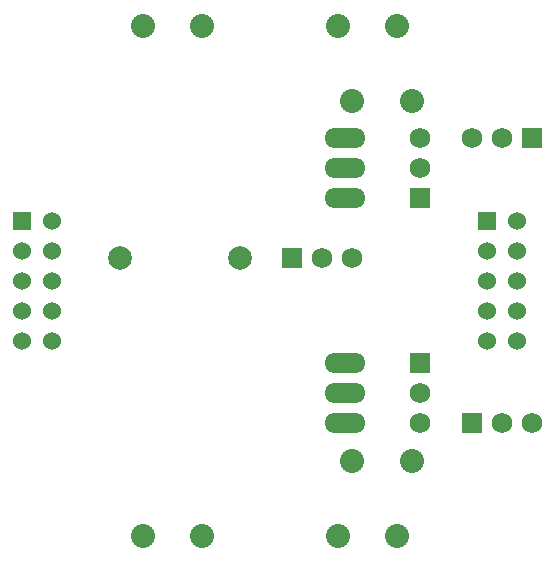
<source format=gbs>
%FSLAX36Y36*%
G04 Gerber Fmt 3.6, Leading zero omitted, Abs format (unit inch)*
G04 Created by KiCad (PCBNEW (2014-jul-16 BZR unknown)-product) date Tue 27 Jan 2015 08:42:02 AM PST*
%MOIN*%
G01*
G04 APERTURE LIST*
%ADD10C,0.003937*%
%ADD11R,0.068000X0.068000*%
%ADD12C,0.068000*%
%ADD13R,0.060000X0.060000*%
%ADD14C,0.060000*%
%ADD15C,0.080000*%
%ADD16O,0.137800X0.066900*%
%ADD17C,0.078700*%
G04 APERTURE END LIST*
D10*
D11*
X5000000Y-4850000D03*
D12*
X5100000Y-4850000D03*
X5200000Y-4850000D03*
D13*
X4100000Y-4725000D03*
D14*
X4200000Y-4725000D03*
X4100000Y-4825000D03*
X4200000Y-4825000D03*
X4100000Y-4925000D03*
X4200000Y-4925000D03*
X4100000Y-5025000D03*
X4200000Y-5025000D03*
X4100000Y-5125000D03*
X4200000Y-5125000D03*
D15*
X4501575Y-5775000D03*
X4698425Y-5775000D03*
X5151575Y-5775000D03*
X5348425Y-5775000D03*
X4698425Y-4075000D03*
X4501575Y-4075000D03*
X5348425Y-4075000D03*
X5151575Y-4075000D03*
D13*
X5650000Y-4725000D03*
D14*
X5750000Y-4725000D03*
X5650000Y-4825000D03*
X5750000Y-4825000D03*
X5650000Y-4925000D03*
X5750000Y-4925000D03*
X5650000Y-5025000D03*
X5750000Y-5025000D03*
X5650000Y-5125000D03*
X5750000Y-5125000D03*
D16*
X5175000Y-5300000D03*
X5175000Y-5400000D03*
X5175000Y-5200000D03*
X5175000Y-4550000D03*
X5175000Y-4650000D03*
X5175000Y-4450000D03*
D17*
X4825000Y-4850000D03*
X4425000Y-4850000D03*
D15*
X5199500Y-5525000D03*
X5400500Y-5525000D03*
X5199500Y-4325000D03*
X5400500Y-4325000D03*
D11*
X5425000Y-5200000D03*
D12*
X5425000Y-5300000D03*
X5425000Y-5400000D03*
D11*
X5600000Y-5400000D03*
D12*
X5700000Y-5400000D03*
X5800000Y-5400000D03*
D11*
X5800000Y-4450000D03*
D12*
X5700000Y-4450000D03*
X5600000Y-4450000D03*
D11*
X5425000Y-4650000D03*
D12*
X5425000Y-4550000D03*
X5425000Y-4450000D03*
M02*

</source>
